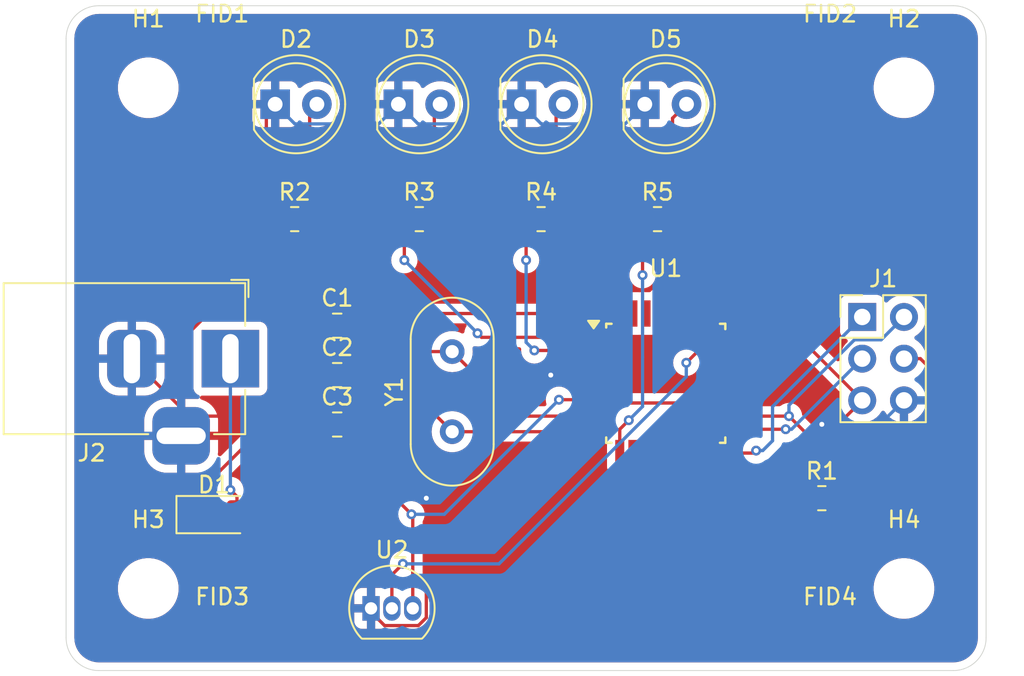
<source format=kicad_pcb>
(kicad_pcb (version 20240108) (generator "pcbnew") (generator_version "8.0")
  (layers (0 "F.Cu" signal) (31 "B.Cu" signal) (34 "B.Paste" user) (35 "F.Paste" user) (36 "B.SilkS" user "B.Silkscreen") (37 "F.SilkS" user "F.Silkscreen") (38 "B.Mask" user) (39 "F.Mask" user) (44 "Edge.Cuts" user))
  (net 0 "")
  (net 1 "GND")
  (net 2 "Net-(U1-XTAL1{slash}PB6)")
  (net 3 "Net-(U1-XTAL2{slash}PB7)")
  (net 4 "VCC")
  (net 5 "Net-(D1-A)")
  (net 6 "Net-(D2-A)")
  (net 7 "Net-(D3-A)")
  (net 8 "Net-(D4-A)")
  (net 9 "Net-(D5-A)")
  (net 10 "Net-(J1-Pin_4)")
  (net 11 "Net-(J1-Pin_1)")
  (net 12 "Net-(J1-Pin_3)")
  (net 13 "/RESET")
  (net 14 "Net-(U1-PD2)")
  (net 15 "Net-(U1-PD3)")
  (net 16 "Net-(U1-PD4)")
  (net 17 "Net-(U1-PD5)")
  (net 30 "/TEMP")
  (footprint "Package_QFP:TQFP-32_7x7mm_P0.8mm" (layer "F.Cu") (at 178 84)
    (property "Reference" "U1" (at 0 -7 0) (layer "F.SilkS"))
    (property "Value" "ATmega328-A")
    (fp_line (start -3.625 -3.625) (end -3.625 -3.4) (stroke (width 0.15)) (layer "F.SilkS"))
    (fp_line (start -3.625 -3.625) (end -3.3 -3.625) (stroke (width 0.15)) (layer "F.SilkS"))
    (fp_line (start -3.625 3.625) (end -3.625 3.3) (stroke (width 0.15)) (layer "F.SilkS"))
    (fp_line (start -3.625 3.625) (end -3.3 3.625) (stroke (width 0.15)) (layer "F.SilkS"))
    (fp_line (start 3.625 -3.625) (end 3.3 -3.625) (stroke (width 0.15)) (layer "F.SilkS"))
    (fp_line (start 3.625 -3.625) (end 3.625 -3.3) (stroke (width 0.15)) (layer "F.SilkS"))
    (fp_line (start 3.625 3.625) (end 3.3 3.625) (stroke (width 0.15)) (layer "F.SilkS"))
    (fp_line (start 3.625 3.625) (end 3.625 3.3) (stroke (width 0.15)) (layer "F.SilkS"))
    (fp_poly (pts (xy -4.39 -3.34) (xy -4.73 -3.81) (xy -4.05 -3.81) (xy -4.39 -3.34)) (stroke (width 0.12)) (fill solid) (layer "F.SilkS"))
    (pad "1" smd rect (at -4.25 -2.8) (size 1.6 0.55) (layers "F.Cu" "F.Paste" "F.Mask") (net 15 "Net-(U1-PD3)"))
    (pad "2" smd rect (at -4.25 -2) (size 1.6 0.55) (layers "F.Cu" "F.Paste" "F.Mask") (net 16 "Net-(U1-PD4)"))
    (pad "3" smd rect (at -4.25 -1.2) (size 1.6 0.55) (layers "F.Cu" "F.Paste" "F.Mask") (net 1 "GND"))
    (pad "4" smd rect (at -4.25 -0.4) (size 1.6 0.55) (layers "F.Cu" "F.Paste" "F.Mask") (net 4 "VCC"))
    (pad "5" smd rect (at -4.25 0.4) (size 1.6 0.55) (layers "F.Cu" "F.Paste" "F.Mask") (net 1 "GND"))
    (pad "6" smd rect (at -4.25 1.2) (size 1.6 0.55) (layers "F.Cu" "F.Paste" "F.Mask") (net 4 "VCC"))
    (pad "7" smd rect (at -4.25 2) (size 1.6 0.55) (layers "F.Cu" "F.Paste" "F.Mask") (net 2 "Net-(U1-XTAL1{slash}PB6)"))
    (pad "8" smd rect (at -4.25 2.8) (size 1.6 0.55) (layers "F.Cu" "F.Paste" "F.Mask") (net 3 "Net-(U1-XTAL2{slash}PB7)"))
    (pad "9" smd rect (at -2.8 4.25 90) (size 1.6 0.55) (layers "F.Cu" "F.Paste" "F.Mask") (net 17 "Net-(U1-PD5)"))
    (pad "10" smd rect (at -2 4.25 90) (size 1.6 0.55) (layers "F.Cu" "F.Paste" "F.Mask"))
    (pad "11" smd rect (at -1.2 4.25 90) (size 1.6 0.55) (layers "F.Cu" "F.Paste" "F.Mask"))
    (pad "12" smd rect (at -0.4 4.25 90) (size 1.6 0.55) (layers "F.Cu" "F.Paste" "F.Mask"))
    (pad "13" smd rect (at 0.4 4.25 90) (size 1.6 0.55) (layers "F.Cu" "F.Paste" "F.Mask"))
    (pad "14" smd rect (at 1.2 4.25 90) (size 1.6 0.55) (layers "F.Cu" "F.Paste" "F.Mask"))
    (pad "15" smd rect (at 2 4.25 90) (size 1.6 0.55) (layers "F.Cu" "F.Paste" "F.Mask") (net 10 "Net-(J1-Pin_4)"))
    (pad "16" smd rect (at 2.8 4.25 90) (size 1.6 0.55) (layers "F.Cu" "F.Paste" "F.Mask") (net 11 "Net-(J1-Pin_1)"))
    (pad "17" smd rect (at 4.25 2.8) (size 1.6 0.55) (layers "F.Cu" "F.Paste" "F.Mask") (net 12 "Net-(J1-Pin_3)"))
    (pad "18" smd rect (at 4.25 2) (size 1.6 0.55) (layers "F.Cu" "F.Paste" "F.Mask") (net 4 "VCC"))
    (pad "19" smd rect (at 4.25 1.2) (size 1.6 0.55) (layers "F.Cu" "F.Paste" "F.Mask"))
    (pad "20" smd rect (at 4.25 0.4) (size 1.6 0.55) (layers "F.Cu" "F.Paste" "F.Mask"))
    (pad "21" smd rect (at 4.25 -0.4) (size 1.6 0.55) (layers "F.Cu" "F.Paste" "F.Mask") (net 1 "GND"))
    (pad "22" smd rect (at 4.25 -1.2) (size 1.6 0.55) (layers "F.Cu" "F.Paste" "F.Mask"))
    (pad "23" smd rect (at 4.25 -2) (size 1.6 0.55) (layers "F.Cu" "F.Paste" "F.Mask") (net 30 "/TEMP"))
    (pad "24" smd rect (at 4.25 -2.8) (size 1.6 0.55) (layers "F.Cu" "F.Paste" "F.Mask"))
    (pad "25" smd rect (at 2.8 -4.25 90) (size 1.6 0.55) (layers "F.Cu" "F.Paste" "F.Mask"))
    (pad "26" smd rect (at 2 -4.25 90) (size 1.6 0.55) (layers "F.Cu" "F.Paste" "F.Mask"))
    (pad "27" smd rect (at 1.2 -4.25 90) (size 1.6 0.55) (layers "F.Cu" "F.Paste" "F.Mask"))
    (pad "28" smd rect (at 0.4 -4.25 90) (size 1.6 0.55) (layers "F.Cu" "F.Paste" "F.Mask"))
    (pad "29" smd rect (at -0.4 -4.25 90) (size 1.6 0.55) (layers "F.Cu" "F.Paste" "F.Mask") (net 13 "/RESET"))
    (pad "30" smd rect (at -1.2 -4.25 90) (size 1.6 0.55) (layers "F.Cu" "F.Paste" "F.Mask"))
    (pad "31" smd rect (at -2 -4.25 90) (size 1.6 0.55) (layers "F.Cu" "F.Paste" "F.Mask"))
    (pad "32" smd rect (at -2.8 -4.25 90) (size 1.6 0.55) (layers "F.Cu" "F.Paste" "F.Mask") (net 14 "Net-(U1-PD2)"))
  )
  (footprint "MountingHole:MountingHole_3.2mm_M3" (layer "F.Cu") (at 192.5 66)
    (property "Reference" "H2" (at 0 -4.2 0) (layer "F.SilkS"))
    (property "Value" "MountingHole")
    (pad "" np_thru_hole circle (at 0 0) (size 3.2 3.2) (drill 3.2) (layers "*.Cu" "*.Mask"))
  )
  (footprint "MountingHole:MountingHole_3.2mm_M3" (layer "F.Cu") (at 192.5 96.5)
    (property "Reference" "H4" (at 0 -4.2 0) (layer "F.SilkS"))
    (property "Value" "MountingHole")
    (pad "" np_thru_hole circle (at 0 0) (size 3.2 3.2) (drill 3.2) (layers "*.Cu" "*.Mask"))
  )
  (footprint "MountingHole:MountingHole_3.2mm_M3" (layer "F.Cu") (at 146.5 96.5)
    (property "Reference" "H3" (at 0 -4.2 0) (layer "F.SilkS"))
    (property "Value" "MountingHole")
    (pad "" np_thru_hole circle (at 0 0) (size 3.2 3.2) (drill 3.2) (layers "*.Cu" "*.Mask"))
  )
  (footprint "Crystal:Crystal_HC49-4H_Vertical" (layer "F.Cu") (at 165 86.95 90)
    (property "Reference" "Y1" (at 2.44 -3.525 90) (layer "F.SilkS"))
    (property "Value" "Crystal")
    (fp_line (start -0.76 -2.525) (end 5.64 -2.525) (stroke (width 0.12)) (layer "F.SilkS"))
    (fp_line (start -0.76 2.525) (end 5.64 2.525) (stroke (width 0.12)) (layer "F.SilkS"))
    (fp_arc (start 5.64 -2.525) (mid 8.165 0) (end 5.64 2.525) (stroke (width 0.12)) (layer "F.SilkS"))
    (fp_arc (start -0.76 2.525) (mid -3.285 0) (end -0.76 -2.525) (stroke (width 0.12)) (layer "F.SilkS"))
    (pad "1" thru_hole circle (at 0 0 90) (size 1.5 1.5) (drill 0.8) (layers "*.Cu" "*.Mask") (net 3 "Net-(U1-XTAL2{slash}PB7)"))
    (pad "2" thru_hole circle (at 4.88 0 90) (size 1.5 1.5) (drill 0.8) (layers "*.Cu" "*.Mask") (net 2 "Net-(U1-XTAL1{slash}PB6)"))
  )
  (footprint "Fiducial:Fiducial_1mm_Mask2mm" (layer "F.Cu") (at 151 63.5)
    (property "Reference" "FID1" (at 0 -2 0) (layer "F.SilkS"))
    (property "Value" "Fiducial")
    (pad "" smd circle (at 0 0) (size 1 1) (layers "F.Cu" "F.Mask") (clearance 0.5))
  )
  (footprint "Connector_BarrelJack:BarrelJack_Horizontal" (layer "F.Cu") (at 151.5 82.5)
    (property "Reference" "J2" (at -8.45 5.75 0) (layer "F.SilkS"))
    (property "Value" "Barrel_Jack_Switch")
    (fp_line (start -13.8 -4.6) (end 0.9 -4.6) (stroke (width 0.12)) (layer "F.SilkS"))
    (fp_line (start -13.8 4.6) (end -13.8 -4.6) (stroke (width 0.12)) (layer "F.SilkS"))
    (fp_line (start -5 4.6) (end -13.8 4.6) (stroke (width 0.12)) (layer "F.SilkS"))
    (fp_line (start 0.05 -4.8) (end 1.1 -4.8) (stroke (width 0.12)) (layer "F.SilkS"))
    (fp_line (start 0.9 -4.6) (end 0.9 -2) (stroke (width 0.12)) (layer "F.SilkS"))
    (fp_line (start 0.9 1.9) (end 0.9 4.6) (stroke (width 0.12)) (layer "F.SilkS"))
    (fp_line (start 0.9 4.6) (end -1 4.6) (stroke (width 0.12)) (layer "F.SilkS"))
    (fp_line (start 1.1 -3.75) (end 1.1 -4.8) (stroke (width 0.12)) (layer "F.SilkS"))
    (pad "1" thru_hole rect (at 0 0) (size 3.5 3.5) (drill oval 1 3) (layers "*.Cu" "*.Mask") (net 5 "Net-(D1-A)"))
    (pad "2" thru_hole roundrect (at -6 0) (size 3 3.5) (drill oval 1 3) (layers "*.Cu" "*.Mask") (net 1 "GND"))
    (pad "3" thru_hole roundrect (at -3 4.7) (size 3.5 3.5) (drill oval 3 1) (layers "*.Cu" "*.Mask") (net 1 "GND"))
  )
  (footprint "Resistor_SMD:R_0805_2012Metric" (layer "F.Cu") (at 187.5 91)
    (property "Reference" "R1" (at 0 -1.65 0) (layer "F.SilkS"))
    (property "Value" "10K")
    (fp_line (start -0.227064 -0.735) (end 0.227064 -0.735) (stroke (width 0.12)) (layer "F.SilkS"))
    (fp_line (start -0.227064 0.735) (end 0.227064 0.735) (stroke (width 0.12)) (layer "F.SilkS"))
    (pad "1" smd roundrect (at -0.9125 0) (size 1.025 1.4) (layers "F.Cu" "F.Paste" "F.Mask") (roundrect_rratio 0.243902) (net 4 "VCC"))
    (pad "2" smd roundrect (at 0.9125 0) (size 1.025 1.4) (layers "F.Cu" "F.Paste" "F.Mask") (roundrect_rratio 0.243902) (net 13 "/RESET"))
  )
  (footprint "Resistor_SMD:R_0805_2012Metric" (layer "F.Cu") (at 177.5 74)
    (property "Reference" "R5" (at 0 -1.65 0) (layer "F.SilkS"))
    (property "Value" "150")
    (fp_line (start -0.227064 -0.735) (end 0.227064 -0.735) (stroke (width 0.12)) (layer "F.SilkS"))
    (fp_line (start -0.227064 0.735) (end 0.227064 0.735) (stroke (width 0.12)) (layer "F.SilkS"))
    (pad "1" smd roundrect (at -0.9125 0) (size 1.025 1.4) (layers "F.Cu" "F.Paste" "F.Mask") (roundrect_rratio 0.243902) (net 17 "Net-(U1-PD5)"))
    (pad "2" smd roundrect (at 0.9125 0) (size 1.025 1.4) (layers "F.Cu" "F.Paste" "F.Mask") (roundrect_rratio 0.243902) (net 9 "Net-(D5-A)"))
  )
  (footprint "Capacitor_SMD:C_0805_2012Metric" (layer "F.Cu") (at 158 80.49)
    (property "Reference" "C1" (at 0 -1.68 0) (layer "F.SilkS"))
    (property "Value" "22pF")
    (fp_line (start -0.261252 -0.735) (end 0.261252 -0.735) (stroke (width 0.12)) (layer "F.SilkS"))
    (fp_line (start -0.261252 0.735) (end 0.261252 0.735) (stroke (width 0.12)) (layer "F.SilkS"))
    (pad "1" smd roundrect (at -0.95 0) (size 1 1.45) (layers "F.Cu" "F.Paste" "F.Mask") (net 2 "Net-(U1-XTAL1{slash}PB6)"))
    (pad "2" smd roundrect (at 0.95 0) (size 1 1.45) (layers "F.Cu" "F.Paste" "F.Mask") (net 1 "GND"))
  )
  (footprint "Fiducial:Fiducial_1mm_Mask2mm" (layer "F.Cu") (at 188 99)
    (property "Reference" "FID4" (at 0 -2 0) (layer "F.SilkS"))
    (property "Value" "Fiducial")
    (pad "" smd circle (at 0 0) (size 1 1) (layers "F.Cu" "F.Mask") (clearance 0.5))
  )
  (footprint "Capacitor_SMD:C_0805_2012Metric" (layer "F.Cu") (at 158 86.51)
    (property "Reference" "C3" (at 0 -1.68 0) (layer "F.SilkS"))
    (property "Value" "100pF")
    (fp_line (start -0.261252 -0.735) (end 0.261252 -0.735) (stroke (width 0.12)) (layer "F.SilkS"))
    (fp_line (start -0.261252 0.735) (end 0.261252 0.735) (stroke (width 0.12)) (layer "F.SilkS"))
    (pad "1" smd roundrect (at -0.95 0) (size 1 1.45) (layers "F.Cu" "F.Paste" "F.Mask") (net 4 "VCC"))
    (pad "2" smd roundrect (at 0.95 0) (size 1 1.45) (layers "F.Cu" "F.Paste" "F.Mask") (net 1 "GND"))
  )
  (footprint "LED_THT:LED_D5.0mm" (layer "F.Cu") (at 161.725 67)
    (property "Reference" "D3" (at 1.27 -3.96 0) (layer "F.SilkS"))
    (property "Value" "30-44")
    (fp_line (start -1.29 -1.545) (end -1.29 1.545) (stroke (width 0.12)) (layer "F.SilkS"))
    (fp_arc (start -1.29 -1.54483) (mid 2.072002 -2.880433) (end 4.26 0.000462) (stroke (width 0.12)) (layer "F.SilkS"))
    (fp_arc (start 4.26 -0.000462) (mid 2.072002 2.880433) (end -1.29 1.54483) (stroke (width 0.12)) (layer "F.SilkS"))
    (fp_circle (center 1.27 0) (end 3.77 0) (stroke (width 0.12)) (fill none) (layer "F.SilkS"))
    (pad "1" thru_hole rect (at 0 0) (size 1.8 1.8) (drill 0.9) (layers "*.Cu" "*.Mask") (net 1 "GND"))
    (pad "2" thru_hole circle (at 2.54 0) (size 1.8 1.8) (drill 0.9) (layers "*.Cu" "*.Mask") (net 7 "Net-(D3-A)"))
  )
  (footprint "LED_THT:LED_D5.0mm" (layer "F.Cu") (at 176.725 67)
    (property "Reference" "D5" (at 1.27 -3.96 0) (layer "F.SilkS"))
    (property "Value" "0-14")
    (fp_line (start -1.29 -1.545) (end -1.29 1.545) (stroke (width 0.12)) (layer "F.SilkS"))
    (fp_arc (start -1.29 -1.54483) (mid 2.072002 -2.880433) (end 4.26 0.000462) (stroke (width 0.12)) (layer "F.SilkS"))
    (fp_arc (start 4.26 -0.000462) (mid 2.072002 2.880433) (end -1.29 1.54483) (stroke (width 0.12)) (layer "F.SilkS"))
    (fp_circle (center 1.27 0) (end 3.77 0) (stroke (width 0.12)) (fill none) (layer "F.SilkS"))
    (pad "1" thru_hole rect (at 0 0) (size 1.8 1.8) (drill 0.9) (layers "*.Cu" "*.Mask") (net 1 "GND"))
    (pad "2" thru_hole circle (at 2.54 0) (size 1.8 1.8) (drill 0.9) (layers "*.Cu" "*.Mask") (net 9 "Net-(D5-A)"))
  )
  (footprint "MountingHole:MountingHole_3.2mm_M3" (layer "F.Cu") (at 146.5 66)
    (property "Reference" "H1" (at 0 -4.2 0) (layer "F.SilkS"))
    (property "Value" "MountingHole")
    (pad "" np_thru_hole circle (at 0 0) (size 3.2 3.2) (drill 3.2) (layers "*.Cu" "*.Mask"))
  )
  (footprint "Resistor_SMD:R_0805_2012Metric" (layer "F.Cu") (at 155.4125 74)
    (property "Reference" "R2" (at 0 -1.65 0) (layer "F.SilkS"))
    (property "Value" "150")
    (fp_line (start -0.227064 -0.735) (end 0.227064 -0.735) (stroke (width 0.12)) (layer "F.SilkS"))
    (fp_line (start -0.227064 0.735) (end 0.227064 0.735) (stroke (width 0.12)) (layer "F.SilkS"))
    (pad "1" smd roundrect (at -0.9125 0) (size 1.025 1.4) (layers "F.Cu" "F.Paste" "F.Mask") (roundrect_rratio 0.243902) (net 14 "Net-(U1-PD2)"))
    (pad "2" smd roundrect (at 0.9125 0) (size 1.025 1.4) (layers "F.Cu" "F.Paste" "F.Mask") (roundrect_rratio 0.243902) (net 6 "Net-(D2-A)"))
  )
  (footprint "LED_THT:LED_D5.0mm" (layer "F.Cu") (at 154.225 67)
    (property "Reference" "D2" (at 1.27 -3.96 0) (layer "F.SilkS"))
    (property "Value" "45-50")
    (fp_line (start -1.29 -1.545) (end -1.29 1.545) (stroke (width 0.12)) (layer "F.SilkS"))
    (fp_arc (start -1.29 -1.54483) (mid 2.072002 -2.880433) (end 4.26 0.000462) (stroke (width 0.12)) (layer "F.SilkS"))
    (fp_arc (start 4.26 -0.000462) (mid 2.072002 2.880433) (end -1.29 1.54483) (stroke (width 0.12)) (layer "F.SilkS"))
    (fp_circle (center 1.27 0) (end 3.77 0) (stroke (width 0.12)) (fill none) (layer "F.SilkS"))
    (pad "1" thru_hole rect (at 0 0) (size 1.8 1.8) (drill 0.9) (layers "*.Cu" "*.Mask") (net 1 "GND"))
    (pad "2" thru_hole circle (at 2.54 0) (size 1.8 1.8) (drill 0.9) (layers "*.Cu" "*.Mask") (net 6 "Net-(D2-A)"))
  )
  (footprint "Diode_SMD:D_1206_3216Metric" (layer "F.Cu") (at 150.5 92)
    (property "Reference" "D1" (at 0 -1.82 0) (layer "F.SilkS"))
    (property "Value" "D")
    (fp_line (start -2.285 -1.135) (end -2.285 1.135) (stroke (width 0.12)) (layer "F.SilkS"))
    (fp_line (start -2.285 1.135) (end 1.6 1.135) (stroke (width 0.12)) (layer "F.SilkS"))
    (fp_line (start 1.6 -1.135) (end -2.285 -1.135) (stroke (width 0.12)) (layer "F.SilkS"))
    (pad "1" smd roundrect (at -1.4 0) (size 1.25 1.75) (layers "F.Cu" "F.Paste" "F.Mask") (roundrect_rratio 0.2) (net 4 "VCC"))
    (pad "2" smd roundrect (at 1.4 0) (size 1.25 1.75) (layers "F.Cu" "F.Paste" "F.Mask") (roundrect_rratio 0.2) (net 5 "Net-(D1-A)"))
  )
  (footprint "Fiducial:Fiducial_1mm_Mask2mm" (layer "F.Cu") (at 151 99)
    (property "Reference" "FID3" (at 0 -2 0) (layer "F.SilkS"))
    (property "Value" "Fiducial")
    (pad "" smd circle (at 0 0) (size 1 1) (layers "F.Cu" "F.Mask") (clearance 0.5))
  )
  (footprint "Fiducial:Fiducial_1mm_Mask2mm" (layer "F.Cu") (at 188 63.5)
    (property "Reference" "FID2" (at 0 -2 0) (layer "F.SilkS"))
    (property "Value" "Fiducial")
    (pad "" smd circle (at 0 0) (size 1 1) (layers "F.Cu" "F.Mask") (clearance 0.5))
  )
  (footprint "Resistor_SMD:R_0805_2012Metric" (layer "F.Cu") (at 163 74)
    (property "Reference" "R3" (at 0 -1.65 0) (layer "F.SilkS"))
    (property "Value" "150")
    (fp_line (start -0.227064 -0.735) (end 0.227064 -0.735) (stroke (width 0.12)) (layer "F.SilkS"))
    (fp_line (start -0.227064 0.735) (end 0.227064 0.735) (stroke (width 0.12)) (layer "F.SilkS"))
    (pad "1" smd roundrect (at -0.9125 0) (size 1.025 1.4) (layers "F.Cu" "F.Paste" "F.Mask") (roundrect_rratio 0.243902) (net 15 "Net-(U1-PD3)"))
    (pad "2" smd roundrect (at 0.9125 0) (size 1.025 1.4) (layers "F.Cu" "F.Paste" "F.Mask") (roundrect_rratio 0.243902) (net 7 "Net-(D3-A)"))
  )
  (footprint "Capacitor_SMD:C_0805_2012Metric" (layer "F.Cu") (at 158 83.5)
    (property "Reference" "C2" (at 0 -1.68 0) (layer "F.SilkS"))
    (property "Value" "22pF")
    (fp_line (start -0.261252 -0.735) (end 0.261252 -0.735) (stroke (width 0.12)) (layer "F.SilkS"))
    (fp_line (start -0.261252 0.735) (end 0.261252 0.735) (stroke (width 0.12)) (layer "F.SilkS"))
    (pad "1" smd roundrect (at -0.95 0) (size 1 1.45) (layers "F.Cu" "F.Paste" "F.Mask") (net 3 "Net-(U1-XTAL2{slash}PB7)"))
    (pad "2" smd roundrect (at 0.95 0) (size 1 1.45) (layers "F.Cu" "F.Paste" "F.Mask") (net 1 "GND"))
  )
  (footprint "Resistor_SMD:R_0805_2012Metric" (layer "F.Cu") (at 170.4125 74)
    (property "Reference" "R4" (at 0 -1.65 0) (layer "F.SilkS"))
    (property "Value" "150")
    (fp_line (start -0.227064 -0.735) (end 0.227064 -0.735) (stroke (width 0.12)) (layer "F.SilkS"))
    (fp_line (start -0.227064 0.735) (end 0.227064 0.735) (stroke (width 0.12)) (layer "F.SilkS"))
    (pad "1" smd roundrect (at -0.9125 0) (size 1.025 1.4) (layers "F.Cu" "F.Paste" "F.Mask") (roundrect_rratio 0.243902) (net 16 "Net-(U1-PD4)"))
    (pad "2" smd roundrect (at 0.9125 0) (size 1.025 1.4) (layers "F.Cu" "F.Paste" "F.Mask") (roundrect_rratio 0.243902) (net 8 "Net-(D4-A)"))
  )
  (footprint "Package_TO_SOT_THT:TO-92_Inline" (layer "F.Cu") (at 160.06 97.71)
    (property "Reference" "U2" (at 1.27 -3.56 0) (layer "F.SilkS"))
    (property "Value" "TSIC206-TO92")
    (fp_line (start -0.53 1.85) (end 3.07 1.85) (stroke (width 0.12)) (layer "F.SilkS"))
    (fp_arc (start -0.568478 1.838478) (mid -1.132087 -0.994977) (end 1.27 -2.6) (stroke (width 0.12)) (layer "F.SilkS"))
    (fp_arc (start 1.27 -2.6) (mid 3.672087 -0.994977) (end 3.108478 1.838478) (stroke (width 0.12)) (layer "F.SilkS"))
    (pad "1" thru_hole rect (at 0 0) (size 1.05 1.5) (drill 0.75) (layers "*.Cu" "*.Mask") (net 1 "GND"))
    (pad "2" thru_hole oval (at 1.27 0) (size 1.05 1.5) (drill 0.75) (layers "*.Cu" "*.Mask") (net 30 "/TEMP"))
    (pad "3" thru_hole oval (at 2.54 0) (size 1.05 1.5) (drill 0.75) (layers "*.Cu" "*.Mask") (net 4 "VCC"))
  )
  (footprint "LED_THT:LED_D5.0mm" (layer "F.Cu") (at 169.225 67)
    (property "Reference" "D4" (at 1.27 -3.96 0) (layer "F.SilkS"))
    (property "Value" "15-29")
    (fp_line (start -1.29 -1.545) (end -1.29 1.545) (stroke (width 0.12)) (layer "F.SilkS"))
    (fp_arc (start -1.29 -1.54483) (mid 2.072002 -2.880433) (end 4.26 0.000462) (stroke (width 0.12)) (layer "F.SilkS"))
    (fp_arc (start 4.26 -0.000462) (mid 2.072002 2.880433) (end -1.29 1.54483) (stroke (width 0.12)) (layer "F.SilkS"))
    (fp_circle (center 1.27 0) (end 3.77 0) (stroke (width 0.12)) (fill none) (layer "F.SilkS"))
    (pad "1" thru_hole rect (at 0 0) (size 1.8 1.8) (drill 0.9) (layers "*.Cu" "*.Mask") (net 1 "GND"))
    (pad "2" thru_hole circle (at 2.54 0) (size 1.8 1.8) (drill 0.9) (layers "*.Cu" "*.Mask") (net 8 "Net-(D4-A)"))
  )
  (footprint "Connector_PinHeader_2.54mm:PinHeader_2x03_P2.54mm_Vertical" (layer "F.Cu") (at 189.96 79.96)
    (property "Reference" "J1" (at 1.27 -2.33 0) (layer "F.SilkS"))
    (property "Value" "Conn_02x03_Odd_Even")
    (fp_line (start -1.33 -1.33) (end 0 -1.33) (stroke (width 0.12)) (layer "F.SilkS"))
    (fp_line (start -1.33 0) (end -1.33 -1.33) (stroke (width 0.12)) (layer "F.SilkS"))
    (fp_line (start -1.33 1.27) (end -1.33 6.41) (stroke (width 0.12)) (layer "F.SilkS"))
    (fp_line (start -1.33 1.27) (end 1.27 1.27) (stroke (width 0.12)) (layer "F.SilkS"))
    (fp_line (start -1.33 6.41) (end 3.87 6.41) (stroke (width 0.12)) (layer "F.SilkS"))
    (fp_line (start 1.27 -1.33) (end 3.87 -1.33) (stroke (width 0.12)) (layer "F.SilkS"))
    (fp_line (start 1.27 1.27) (end 1.27 -1.33) (stroke (width 0.12)) (layer "F.SilkS"))
    (fp_line (start 3.87 -1.33) (end 3.87 6.41) (stroke (width 0.12)) (layer "F.SilkS"))
    (pad "1" thru_hole rect (at 0 0) (size 1.7 1.7) (drill 1) (layers "*.Cu" "*.Mask") (net 11 "Net-(J1-Pin_1)"))
    (pad "2" thru_hole oval (at 2.54 0) (size 1.7 1.7) (drill 1) (layers "*.Cu" "*.Mask") (net 4 "VCC"))
    (pad "3" thru_hole oval (at 0 2.54) (size 1.7 1.7) (drill 1) (layers "*.Cu" "*.Mask") (net 12 "Net-(J1-Pin_3)"))
    (pad "4" thru_hole oval (at 2.54 2.54) (size 1.7 1.7) (drill 1) (layers "*.Cu" "*.Mask") (net 10 "Net-(J1-Pin_4)"))
    (pad "5" thru_hole oval (at 0 5.08) (size 1.7 1.7) (drill 1) (layers "*.Cu" "*.Mask") (net 13 "/RESET"))
    (pad "6" thru_hole oval (at 2.54 5.08) (size 1.7 1.7) (drill 1) (layers "*.Cu" "*.Mask") (net 1 "GND"))
  )
  (gr_line (start 141.5 99.5) (end 141.5 63) (stroke (width 0.05)) (layer "Edge.Cuts"))
  (gr_arc (start 143.5 101.5) (mid 142.085786 100.914214) (end 141.5 99.5) (stroke (width 0.05)) (layer "Edge.Cuts"))
  (gr_arc (start 141.5 63) (mid 142.085786 61.585786) (end 143.5 61) (stroke (width 0.05)) (layer "Edge.Cuts"))
  (gr_line (start 197.5 63) (end 197.5 99.5) (stroke (width 0.05)) (layer "Edge.Cuts"))
  (gr_arc (start 197.5 99.5) (mid 196.914214 100.914214) (end 195.5 101.5) (stroke (width 0.05)) (layer "Edge.Cuts"))
  (gr_arc (start 195.5 61) (mid 196.914214 61.585786) (end 197.5 63) (stroke (width 0.05)) (layer "Edge.Cuts"))
  (gr_line (start 195.5 101.5) (end 143.5 101.5) (stroke (width 0.05)) (layer "Edge.Cuts"))
  (gr_line (start 143.5 61) (end 195.5 61) (stroke (width 0.05)) (layer "Edge.Cuts"))
  (segment (start 160.06 97.935) (end 160.06 97.71) (width 0.2) (layer "F.Cu") (net 1))
  (segment (start 174.85 84.3) (end 174.85 82.9) (width 0.2) (layer "F.Cu") (net 1))
  (segment (start 148.5 87.2) (end 148.5 81.4) (width 0.2) (layer "F.Cu") (net 1))
  (segment (start 174.75 84.4) (end 174.85 84.3) (width 0.2) (layer "F.Cu") (net 1))
  (segment (start 163.425 98.276726) (end 162.941726 98.76) (width 0.2) (layer "F.Cu") (net 1))
  (segment (start 174.85 82.9) (end 174.75 82.8) (width 0.2) (layer "F.Cu") (net 1))
  (segment (start 157.925 79.465) (end 158.95 80.49) (width 0.2) (layer "F.Cu") (net 1))
  (segment (start 150.435 79.465) (end 157.925 79.465) (width 0.2) (layer "F.Cu") (net 1))
  (segment (start 157.925 79.465) (end 153.6875 75.2275) (width 0.2) (layer "F.Cu") (net 1))
  (segment (start 173.75 84.4) (end 180.575 84.4) (width 0.2) (layer "F.Cu") (net 1))
  (segment (start 149.7 86) (end 151 86) (width 0.2) (layer "F.Cu") (net 1))
  (segment (start 171 83.5) (end 171.7 82.8) (width 0.2) (layer "F.Cu") (net 1))
  (segment (start 160.885 98.76) (end 160.06 97.935) (width 0.2) (layer "F.Cu") (net 1))
  (segment (start 154.040256 85) (end 156.565256 82.475) (width 0.2) (layer "F.Cu") (net 1))
  (segment (start 153.6875 75.2275) (end 153.6875 67.5375) (width 0.2) (layer "F.Cu") (net 1))
  (segment (start 148.5 85.5) (end 145.5 82.5) (width 0.2) (layer "F.Cu") (net 1))
  (segment (start 151 86) (end 152 85) (width 0.2) (layer "F.Cu") (net 1))
  (segment (start 152.565 85.485) (end 157.925 85.485) (width 0.2) (layer "F.Cu") (net 1))
  (segment (start 182.25 83.6) (end 184.6 83.6) (width 0.2) (layer "F.Cu") (net 1))
  (segment (start 157.925 82.475) (end 158.95 83.5) (width 0.2) (layer "F.Cu") (net 1))
  (segment (start 163.425 90.985) (end 163.425 91) (width 0.2) (layer "F.Cu") (net 1))
  (segment (start 148.5 87.2) (end 148.5 85.5) (width 0.2) (layer "F.Cu") (net 1))
  (segment (start 184.6 83.6) (end 187.5 86.5) (width 0.2) (layer "F.Cu") (net 1))
  (segment (start 158.95 86.51) (end 163.425 90.985) (width 0.2) (layer "F.Cu") (net 1))
  (segment (start 181.375 83.6) (end 182.25 83.6) (width 0.2) (layer "F.Cu") (net 1))
  (segment (start 148.5 81.4) (end 150.435 79.465) (width 0.2) (layer "F.Cu") (net 1))
  (segment (start 148.5 87.2) (end 149.7 86) (width 0.2) (layer "F.Cu") (net 1))
  (segment (start 174.75 82.8) (end 173.75 82.8) (width 0.2) (layer "F.Cu") (net 1))
  (segment (start 163.425 91) (end 163.425 98.276726) (width 0.2) (layer "F.Cu") (net 1))
  (segment (start 156.565256 82.475) (end 157.925 82.475) (width 0.2) (layer "F.Cu") (net 1))
  (segment (start 148.5 87.2) (end 150.85 87.2) (width 0.2) (layer "F.Cu") (net 1))
  (segment (start 171.7 82.8) (end 173.75 82.8) (width 0.2) (layer "F.Cu") (net 1))
  (segment (start 152 85) (end 154.040256 85) (width 0.2) (layer "F.Cu") (net 1))
  (segment (start 180.575 84.4) (end 181.375 83.6) (width 0.2) (layer "F.Cu") (net 1))
  (segment (start 162.941726 98.76) (end 160.885 98.76) (width 0.2) (layer "F.Cu") (net 1))
  (segment (start 150.85 87.2) (end 152.565 85.485) (width 0.2) (layer "F.Cu") (net 1))
  (segment (start 157.925 85.485) (end 158.95 86.51) (width 0.2) (layer "F.Cu") (net 1))
  (segment (start 173.75 84.4) (end 174.75 84.4) (width 0.2) (layer "F.Cu") (net 1))
  (segment (start 153.6875 67.5375) (end 154.225 67) (width 0.2) (layer "F.Cu") (net 1))
  (via (at 171 83.5) (size 0.6) (drill 0.3) (layers "F.Cu" "B.Cu") (net 1))
  (via (at 163.425 91) (size 0.6) (drill 0.3) (layers "F.Cu" "B.Cu") (net 1))
  (via (at 187.5 86.5) (size 0.6) (drill 0.3) (layers "F.Cu" "B.Cu") (net 1))
  (segment (start 169.225 67) (end 170.425 68.2) (width 0.2) (layer "B.Cu") (net 1))
  (segment (start 170.425 68.2) (end 175.525 68.2) (width 0.2) (layer "B.Cu") (net 1))
  (segment (start 168.025 68.2) (end 169.225 67) (width 0.2) (layer "B.Cu") (net 1))
  (segment (start 161.725 67) (end 162.925 68.2) (width 0.2) (layer "B.Cu") (net 1))
  (segment (start 155.425 68.2) (end 160.525 68.2) (width 0.2) (layer "B.Cu") (net 1))
  (segment (start 175.525 68.2) (end 176.725 67) (width 0.2) (layer "B.Cu") (net 1))
  (segment (start 191.04 86.5) (end 192.5 85.04) (width 0.2) (layer "B.Cu") (net 1))
  (segment (start 160.525 68.2) (end 161.725 67) (width 0.2) (layer "B.Cu") (net 1))
  (segment (start 163.5 91) (end 171 83.5) (width 0.2) (layer "B.Cu") (net 1))
  (segment (start 163.425 91) (end 163.5 91) (width 0.2) (layer "B.Cu") (net 1))
  (segment (start 154.225 67) (end 155.425 68.2) (width 0.2) (layer "B.Cu") (net 1))
  (segment (start 187.5 86.5) (end 191.04 86.5) (width 0.2) (layer "B.Cu") (net 1))
  (segment (start 162.925 68.2) (end 168.025 68.2) (width 0.2) (layer "B.Cu") (net 1))
  (segment (start 158.63 82.07) (end 157.05 80.49) (width 0.2) (layer "F.Cu") (net 2))
  (segment (start 165 82.07) (end 168.93 86) (width 0.2) (layer "F.Cu") (net 2))
  (segment (start 168.93 86) (end 173.75 86) (width 0.2) (layer "F.Cu") (net 2))
  (segment (start 165 82.07) (end 158.63 82.07) (width 0.2) (layer "F.Cu") (net 2))
  (segment (start 165 86.95) (end 173.6 86.95) (width 0.2) (layer "F.Cu") (net 3))
  (segment (start 165 86.95) (end 162.575 84.525) (width 0.2) (layer "F.Cu") (net 3))
  (segment (start 162.575 84.525) (end 158.075 84.525) (width 0.2) (layer "F.Cu") (net 3))
  (segment (start 173.6 86.95) (end 173.75 86.8) (width 0.2) (layer "F.Cu") (net 3))
  (segment (start 158.075 84.525) (end 157.05 83.5) (width 0.2) (layer "F.Cu") (net 3))
  (segment (start 171.5 85) (end 173.55 85) (width 0.2) (layer "F.Cu") (net 4))
  (segment (start 162.6 92.06) (end 162.6 97.71) (width 0.2) (layer "F.Cu") (net 4))
  (segment (start 157.05 86.51) (end 162.52 91.98) (width 0.2) (layer "F.Cu") (net 4))
  (segment (start 186.5875 87.0875) (end 186.5875 91) (width 0.2) (layer "F.Cu") (net 4))
  (segment (start 162.52 91.98) (end 162.6 92.06) (width 0.2) (layer "F.Cu") (net 4))
  (segment (start 181.375 86) (end 182.25 86) (width 0.2) (layer "F.Cu") (net 4))
  (segment (start 173.55 85) (end 173.75 85.2) (width 0.2) (layer "F.Cu") (net 4))
  (segment (start 153.69 86.51) (end 157.05 86.51) (width 0.2) (layer "F.Cu") (net 4))
  (segment (start 149.1 91.1) (end 153.69 86.51) (width 0.2) (layer "F.Cu") (net 4))
  (segment (start 173.75 85.2) (end 180.575 85.2) (width 0.2) (layer "F.Cu") (net 4))
  (segment (start 180.575 85.2) (end 181.375 86) (width 0.2) (layer "F.Cu") (net 4))
  (segment (start 149.1 92) (end 149.1 91.1) (width 0.2) (layer "F.Cu") (net 4))
  (segment (start 182.25 86) (end 185.5 86) (width 0.2) (layer "F.Cu") (net 4))
  (segment (start 185.5 86) (end 186.5875 87.0875) (width 0.2) (layer "F.Cu") (net 4))
  (via (at 162.52 91.98) (size 0.6) (drill 0.3) (layers "F.Cu" "B.Cu") (net 4))
  (via (at 185.5 86) (size 0.6) (drill 0.3) (layers "F.Cu" "B.Cu") (net 4))
  (via (at 171.5 85) (size 0.6) (drill 0.3) (layers "F.Cu" "B.Cu") (net 4))
  (segment (start 171 85.5) (end 171.5 85) (width 0.2) (layer "B.Cu") (net 4))
  (segment (start 189.483654 81.35) (end 191.11 81.35) (width 0.2) (layer "B.Cu") (net 4))
  (segment (start 185.5 86) (end 185.5 85.333654) (width 0.2) (layer "B.Cu") (net 4))
  (segment (start 162.52 91.98) (end 164.52 91.98) (width 0.2) (layer "B.Cu") (net 4))
  (segment (start 191.11 81.35) (end 192.5 79.96) (width 0.2) (layer "B.Cu") (net 4))
  (segment (start 185.5 85.333654) (end 189.483654 81.35) (width 0.2) (layer "B.Cu") (net 4))
  (segment (start 164.52 91.98) (end 171 85.5) (width 0.2) (layer "B.Cu") (net 4))
  (segment (start 151.9 92) (end 151.9 90.9) (width 0.2) (layer "F.Cu") (net 5))
  (segment (start 151.9 90.9) (end 151.5 90.5) (width 0.2) (layer "F.Cu") (net 5))
  (via (at 151.5 90.5) (size 0.6) (drill 0.3) (layers "F.Cu" "B.Cu") (net 5))
  (segment (start 151.5 90.5) (end 151.5 82.5) (width 0.2) (layer "B.Cu") (net 5))
  (segment (start 156.325 67.44) (end 156.765 67) (width 0.2) (layer "F.Cu") (net 6))
  (segment (start 156.325 74) (end 156.325 67.44) (width 0.2) (layer "F.Cu") (net 6))
  (segment (start 163.9125 74) (end 163.9125 67.3525) (width 0.2) (layer "F.Cu") (net 7))
  (segment (start 163.9125 67.3525) (end 164.265 67) (width 0.2) (layer "F.Cu") (net 7))
  (segment (start 171.325 74) (end 171.325 67.44) (width 0.2) (layer "F.Cu") (net 8))
  (segment (start 171.325 67.44) (end 171.765 67) (width 0.2) (layer "F.Cu") (net 8))
  (segment (start 178.4125 67.8525) (end 179.265 67) (width 0.2) (layer "F.Cu") (net 9))
  (segment (start 178.4125 74) (end 178.4125 67.8525) (width 0.2) (layer "F.Cu") (net 9))
  (segment (start 182.75 92) (end 189 92) (width 0.2) (layer "F.Cu") (net 10))
  (segment (start 180 89.25) (end 182.75 92) (width 0.2) (layer "F.Cu") (net 10))
  (segment (start 193.5 82.5) (end 192.5 82.5) (width 0.2) (layer "F.Cu") (net 10))
  (segment (start 180 88.25) (end 180 89.25) (width 0.2) (layer "F.Cu") (net 10))
  (segment (start 194.5 86.5) (end 194.5 83.5) (width 0.2) (layer "F.Cu") (net 10))
  (segment (start 194.5 83.5) (end 193.5 82.5) (width 0.2) (layer "F.Cu") (net 10))
  (segment (start 189 92) (end 194.5 86.5) (width 0.2) (layer "F.Cu") (net 10))
  (segment (start 180.8 88.25) (end 183.35 88.25) (width 0.2) (layer "F.Cu") (net 11))
  (segment (start 183.35 88.25) (end 183.5 88.1) (width 0.2) (layer "F.Cu") (net 11))
  (via (at 183.5 88.1) (size 0.6) (drill 0.3) (layers "F.Cu" "B.Cu") (net 11))
  (segment (start 183.9 88.1) (end 184.5 87.5) (width 0.2) (layer "B.Cu") (net 11))
  (segment (start 183.5 88.1) (end 183.9 88.1) (width 0.2) (layer "B.Cu") (net 11))
  (segment (start 184.5 85.42) (end 189.96 79.96) (width 0.2) (layer "B.Cu") (net 11))
  (segment (start 184.5 87.5) (end 184.5 85.42) (width 0.2) (layer "B.Cu") (net 11))
  (segment (start 182.25 86.8) (end 185.3 86.8) (width 0.2) (layer "F.Cu") (net 12))
  (via (at 185.3 86.8) (size 0.6) (drill 0.3) (layers "F.Cu" "B.Cu") (net 12))
  (segment (start 185.3 86.8) (end 185.66 86.8) (width 0.2) (layer "B.Cu") (net 12))
  (segment (start 185.66 86.8) (end 189.96 82.5) (width 0.2) (layer "B.Cu") (net 12))
  (segment (start 188.4125 86.5875) (end 189.96 85.04) (width 0.2) (layer "F.Cu") (net 13))
  (segment (start 177.7 78.65) (end 177.6 78.75) (width 0.2) (layer "F.Cu") (net 13))
  (segment (start 177.6 78.75) (end 177.6 79.75) (width 0.2) (layer "F.Cu") (net 13))
  (segment (start 183.57 78.65) (end 177.7 78.65) (width 0.2) (layer "F.Cu") (net 13))
  (segment (start 189.96 85.04) (end 183.57 78.65) (width 0.2) (layer "F.Cu") (net 13))
  (segment (start 188.4125 91) (end 188.4125 86.5875) (width 0.2) (layer "F.Cu") (net 13))
  (segment (start 160.25 79.75) (end 175.2 79.75) (width 0.2) (layer "F.Cu") (net 14))
  (segment (start 154.5 74) (end 160.25 79.75) (width 0.2) (layer "F.Cu") (net 14))
  (segment (start 166.7875 81.2) (end 173.75 81.2) (width 0.2) (layer "F.Cu") (net 15))
  (segment (start 162.0875 76.5) (end 162.0875 76.5875) (width 0.2) (layer "F.Cu") (net 15))
  (segment (start 166.54375 80.95625) (end 166.7875 81.2) (width 0.2) (layer "F.Cu") (net 15))
  (segment (start 162.0875 74) (end 162.0875 76.5) (width 0.2) (layer "F.Cu") (net 15))
  (via (at 162.0875 76.5) (size 0.6) (drill 0.3) (layers "F.Cu" "B.Cu") (net 15))
  (via (at 166.54375 80.95625) (size 0.6) (drill 0.3) (layers "F.Cu" "B.Cu") (net 15))
  (segment (start 162.0875 76.5) (end 166.54375 80.95625) (width 0.2) (layer "B.Cu") (net 15))
  (segment (start 166.54375 80.95625) (end 166.5875 81) (width 0.2) (layer "B.Cu") (net 15))
  (segment (start 169.5 74) (end 169.5 76.5) (width 0.2) (layer "F.Cu") (net 16))
  (segment (start 170 82) (end 173.75 82) (width 0.2) (layer "F.Cu") (net 16))
  (via (at 169.5 76.5) (size 0.6) (drill 0.3) (layers "F.Cu" "B.Cu") (net 16))
  (via (at 170 82) (size 0.6) (drill 0.3) (layers "F.Cu" "B.Cu") (net 16))
  (segment (start 169.5 76.5) (end 169.5 81.5) (width 0.2) (layer "B.Cu") (net 16))
  (segment (start 169.5 81.5) (end 170 82) (width 0.2) (layer "B.Cu") (net 16))
  (segment (start 175.75 86.25) (end 175.2 86.8) (width 0.2) (layer "F.Cu") (net 17))
  (segment (start 175.2 86.8) (end 175.2 88.25) (width 0.2) (layer "F.Cu") (net 17))
  (segment (start 176.5875 74) (end 176.5875 77.4125) (width 0.2) (layer "F.Cu") (net 17))
  (via (at 175.75 86.25) (size 0.6) (drill 0.3) (layers "F.Cu" "B.Cu") (net 17))
  (via (at 176.5875 77.4125) (size 0.6) (drill 0.3) (layers "F.Cu" "B.Cu") (net 17))
  (segment (start 176.5875 85.4125) (end 175.75 86.25) (width 0.2) (layer "B.Cu") (net 17))
  (segment (start 176.5875 82.4125) (end 176.5875 84.4125) (width 0.2) (layer "B.Cu") (net 17))
  (segment (start 176.5875 77.4125) (end 176.5875 82.4125) (width 0.2) (layer "B.Cu") (net 17))
  (segment (start 176.5875 84.4125) (end 176.5875 85.4125) (width 0.2) (layer "B.Cu") (net 17))
  (segment (start 179.25 82.75) (end 180 82) (width 0.2) (layer "F.Cu") (net 30))
  (segment (start 161.33 97.71) (end 161.33 95.67) (width 0.2) (layer "F.Cu") (net 30))
  (segment (start 180 82) (end 182.25 82) (width 0.2) (layer "F.Cu") (net 30))
  (segment (start 161.33 95.67) (end 162 95) (width 0.2) (layer "F.Cu") (net 30))
  (via (at 179.25 82.75) (size 0.6) (drill 0.3) (layers "F.Cu" "B.Cu") (net 30))
  (via (at 162 95) (size 0.6) (drill 0.3) (layers "F.Cu" "B.Cu") (net 30))
  (segment (start 179.25 83.598529) (end 179.25 82.75) (width 0.2) (layer "B.Cu") (net 30))
  (segment (start 167.848529 95) (end 179.25 83.598529) (width 0.2) (layer "B.Cu") (net 30))
  (segment (start 162 95) (end 167.848529 95) (width 0.2) (layer "B.Cu") (net 30))
  (zone (net 1) (net_name "GND") (layers "F&B.Cu") (connect_pads (clearance 0.5)) (min_thickness 0.25) (fill yes (thermal_gap 0.5) (thermal_bridge_width 0.5))
    (polygon (pts (xy 141.5 61) (xy 141.5 101.5) (xy 197.5 101.5) (xy 197.5 61)))
  )
)
</source>
